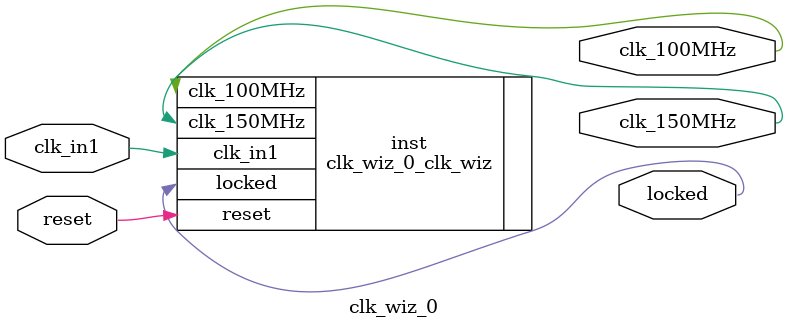
<source format=v>


`timescale 1ps/1ps

(* CORE_GENERATION_INFO = "clk_wiz_0,clk_wiz_v6_0_13_0_0,{component_name=clk_wiz_0,use_phase_alignment=true,use_min_o_jitter=false,use_max_i_jitter=false,use_dyn_phase_shift=false,use_inclk_switchover=false,use_dyn_reconfig=false,enable_axi=0,feedback_source=FDBK_AUTO,PRIMITIVE=MMCM,num_out_clk=2,clkin1_period=10.000,clkin2_period=10.000,use_power_down=false,use_reset=true,use_locked=true,use_inclk_stopped=false,feedback_type=SINGLE,CLOCK_MGR_TYPE=NA,manual_override=false}" *)

module clk_wiz_0 
 (
  // Clock out ports
  output        clk_100MHz,
  output        clk_150MHz,
  // Status and control signals
  input         reset,
  output        locked,
 // Clock in ports
  input         clk_in1
 );

  clk_wiz_0_clk_wiz inst
  (
  // Clock out ports  
  .clk_100MHz(clk_100MHz),
  .clk_150MHz(clk_150MHz),
  // Status and control signals               
  .reset(reset), 
  .locked(locked),
 // Clock in ports
  .clk_in1(clk_in1)
  );

endmodule

</source>
